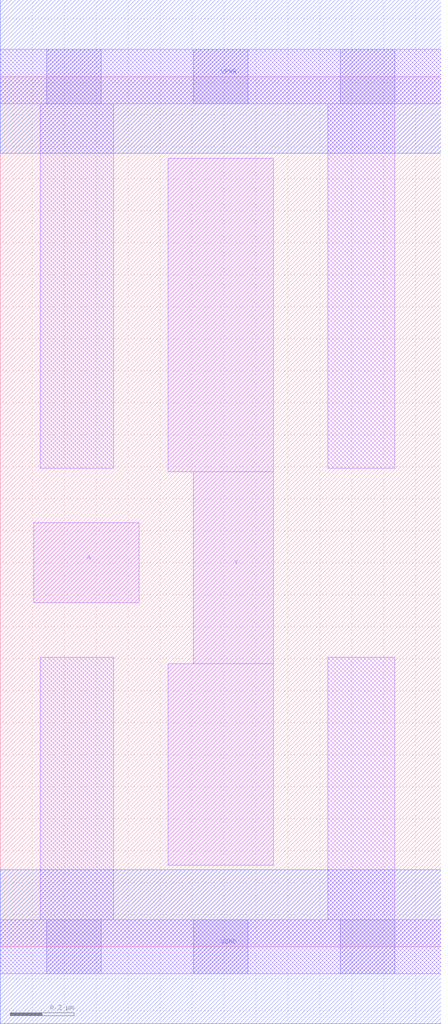
<source format=lef>
# Copyright 2020 The SkyWater PDK Authors
#
# Licensed under the Apache License, Version 2.0 (the "License");
# you may not use this file except in compliance with the License.
# You may obtain a copy of the License at
#
#     https://www.apache.org/licenses/LICENSE-2.0
#
# Unless required by applicable law or agreed to in writing, software
# distributed under the License is distributed on an "AS IS" BASIS,
# WITHOUT WARRANTIES OR CONDITIONS OF ANY KIND, either express or implied.
# See the License for the specific language governing permissions and
# limitations under the License.
#
# SPDX-License-Identifier: Apache-2.0

VERSION 5.7 ;
  NAMESCASESENSITIVE ON ;
  NOWIREEXTENSIONATPIN ON ;
  DIVIDERCHAR "/" ;
  BUSBITCHARS "[]" ;
UNITS
  DATABASE MICRONS 200 ;
END UNITS
MACRO sky130_fd_sc_hd__inv_2
  CLASS CORE ;
  SOURCE USER ;
  FOREIGN sky130_fd_sc_hd__inv_2 ;
  ORIGIN  0.000000  0.000000 ;
  SIZE  1.380000 BY  2.720000 ;
  SYMMETRY X Y R90 ;
  SITE unithd ;
  PIN A
    ANTENNAGATEAREA  0.495000 ;
    DIRECTION INPUT ;
    USE SIGNAL ;
    PORT
      LAYER li1 ;
        RECT 0.105000 1.075000 0.435000 1.325000 ;
    END
  END A
  PIN Y
    ANTENNADIFFAREA  0.445500 ;
    DIRECTION OUTPUT ;
    USE SIGNAL ;
    PORT
      LAYER li1 ;
        RECT 0.525000 0.255000 0.855000 0.885000 ;
        RECT 0.525000 1.485000 0.855000 2.465000 ;
        RECT 0.605000 0.885000 0.855000 1.485000 ;
    END
  END Y
  PIN VGND
    DIRECTION INOUT ;
    SHAPE ABUTMENT ;
    USE GROUND ;
    PORT
      LAYER met1 ;
        RECT 0.000000 -0.240000 1.380000 0.240000 ;
    END
  END VGND
  PIN VPWR
    DIRECTION INOUT ;
    SHAPE ABUTMENT ;
    USE POWER ;
    PORT
      LAYER met1 ;
        RECT 0.000000 2.480000 1.380000 2.960000 ;
    END
  END VPWR
  OBS
    LAYER li1 ;
      RECT 0.000000 -0.085000 1.380000 0.085000 ;
      RECT 0.000000  2.635000 1.380000 2.805000 ;
      RECT 0.125000  0.085000 0.355000 0.905000 ;
      RECT 0.125000  1.495000 0.355000 2.635000 ;
      RECT 1.025000  0.085000 1.235000 0.905000 ;
      RECT 1.025000  1.495000 1.235000 2.635000 ;
    LAYER mcon ;
      RECT 0.145000 -0.085000 0.315000 0.085000 ;
      RECT 0.145000  2.635000 0.315000 2.805000 ;
      RECT 0.605000 -0.085000 0.775000 0.085000 ;
      RECT 0.605000  2.635000 0.775000 2.805000 ;
      RECT 1.065000 -0.085000 1.235000 0.085000 ;
      RECT 1.065000  2.635000 1.235000 2.805000 ;
  END
END sky130_fd_sc_hd__inv_2
END LIBRARY

</source>
